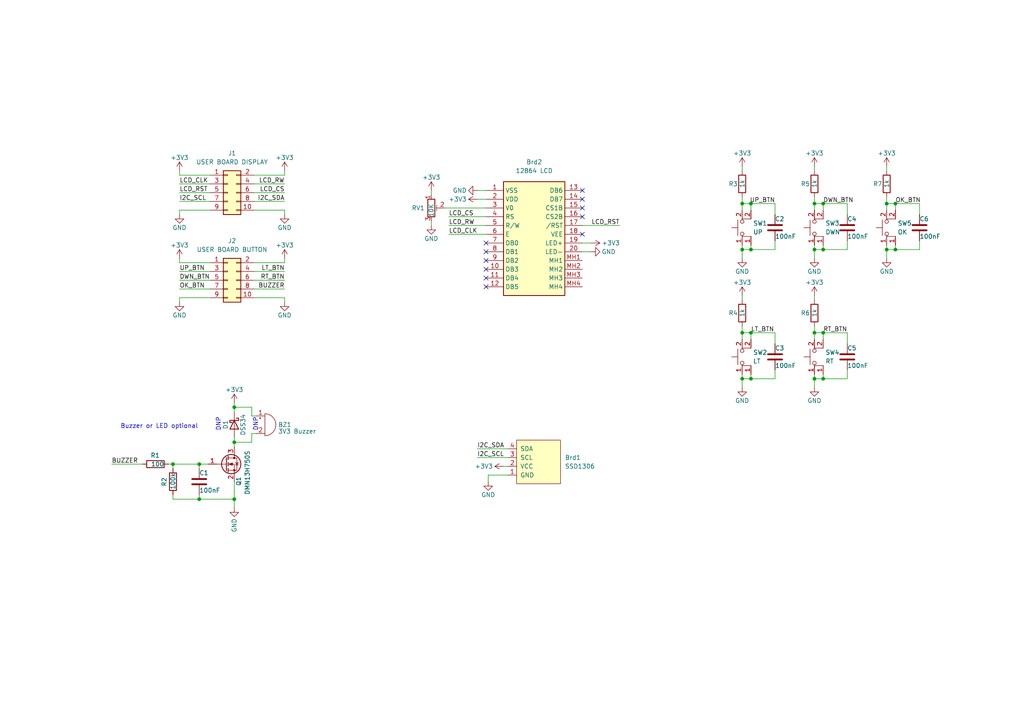
<source format=kicad_sch>
(kicad_sch (version 20211123) (generator eeschema)
  (paper "A4")
  (title_block (title "User Board") (rev "1.0"))
  (lib_symbols
    (symbol "Connector_Generic:Conn_02x05_Odd_Even" (pin_names (offset 1.016) hide)
      (property "Reference" "J" (at 1.27 7.62 0))
      (property "Value" "Conn_02x05_Odd_Even" (at 1.27 -7.62 0))
      (symbol "Conn_02x05_Odd_Even_1_1"
        (rectangle (start -1.27 -4.953) (end 0 -5.207) (stroke (width 0.1524)))
        (rectangle (start -1.27 -2.413) (end 0 -2.667) (stroke (width 0.1524)))
        (rectangle (start -1.27 0.127) (end 0 -0.127) (stroke (width 0.1524)))
        (rectangle (start -1.27 2.667) (end 0 2.413) (stroke (width 0.1524)))
        (rectangle (start -1.27 5.207) (end 0 4.953) (stroke (width 0.1524)))
        (rectangle (start -1.27 6.35) (end 3.81 -6.35) (stroke (width 0.254)) (fill (type background)))
        (rectangle (start 3.81 -4.953) (end 2.54 -5.207) (stroke (width 0.1524)))
        (rectangle (start 3.81 -2.413) (end 2.54 -2.667) (stroke (width 0.1524)))
        (rectangle (start 3.81 0.127) (end 2.54 -0.127) (stroke (width 0.1524)))
        (rectangle (start 3.81 2.667) (end 2.54 2.413) (stroke (width 0.1524)))
        (rectangle (start 3.81 5.207) (end 2.54 4.953) (stroke (width 0.1524)))
        (pin passive line (at -5.08 5.08 0) (length 3.81) (name "Pin_1") (number "1"))
        (pin passive line (at 7.62 -5.08 180) (length 3.81) (name "Pin_10") (number "10"))
        (pin passive line (at 7.62 5.08 180) (length 3.81) (name "Pin_2") (number "2"))
        (pin passive line (at -5.08 2.54 0) (length 3.81) (name "Pin_3") (number "3"))
        (pin passive line (at 7.62 2.54 180) (length 3.81) (name "Pin_4") (number "4"))
        (pin passive line (at -5.08 0 0) (length 3.81) (name "Pin_5") (number "5"))
        (pin passive line (at 7.62 0 180) (length 3.81) (name "Pin_6") (number "6"))
        (pin passive line (at -5.08 -2.54 0) (length 3.81) (name "Pin_7") (number "7"))
        (pin passive line (at 7.62 -2.54 180) (length 3.81) (name "Pin_8") (number "8"))
        (pin passive line (at -5.08 -5.08 0) (length 3.81) (name "Pin_9") (number "9"))
      )
    )
    (symbol "Device:Buzzer" (pin_names (offset 0.0254) hide)
      (property "Reference" "BZ" (at 3.81 1.27 0))
      (property "Value" "Buzzer" (at 3.81 -1.27 0))
      (symbol "Buzzer_0_1"
        (arc (start 0 -3.175) (mid 3.175 0) (end 0 3.175))
        (polyline (pts (xy -1.651 1.905) (xy -1.143 1.905)))
        (polyline (pts (xy -1.397 2.159) (xy -1.397 1.651)))
        (polyline (pts (xy 0 3.175) (xy 0 -3.175)))
      )
      (symbol "Buzzer_1_1"
        (pin passive line (at -2.54 2.54 0) (length 2.54) (name "-") (number "1"))
        (pin passive line (at -2.54 -2.54 0) (length 2.54) (name "+") (number "2"))
      )
    )
    (symbol "Device:C" (pin_numbers hide) (pin_names (offset 0.254))
      (property "Reference" "C" (at 0.635 2.54 0))
      (property "Value" "C" (at 0.635 -2.54 0))
      (symbol "C_0_1"
        (polyline (pts (xy -2.032 -0.762) (xy 2.032 -0.762)) (stroke (width 0.508)))
        (polyline (pts (xy -2.032 0.762) (xy 2.032 0.762)) (stroke (width 0.508)))
      )
      (symbol "C_1_1"
        (pin passive line (at 0 3.81 270) (length 2.794) (name "~") (number "1"))
        (pin passive line (at 0 -3.81 90) (length 2.794) (name "~") (number "2"))
      )
    )
    (symbol "Device:D_Schottky" (pin_numbers hide) (pin_names (offset 1.016) hide)
      (property "Reference" "D" (at 0 2.54 0))
      (property "Value" "D_Schottky" (at 0 -2.54 0))
      (symbol "D_Schottky_0_1"
        (polyline (pts (xy 1.27 0) (xy -1.27 0)))
        (polyline (pts (xy 1.27 1.27) (xy 1.27 -1.27) (xy -1.27 0) (xy 1.27 1.27)) (stroke (width 0.254)))
        (polyline (pts (xy -1.905 0.635) (xy -1.905 1.27) (xy -1.27 1.27) (xy -1.27 -1.27) (xy -0.635 -1.27) (xy -0.635 -0.635)) (stroke (width 0.254)))
      )
      (symbol "D_Schottky_1_1"
        (pin passive line (at -3.81 0 0) (length 2.54) (name "K") (number "1"))
        (pin passive line (at 3.81 0 180) (length 2.54) (name "A") (number "2"))
      )
    )
    (symbol "Device:R" (pin_numbers hide) (pin_names (offset 0))
      (property "Reference" "R" (at 2.032 0 90))
      (property "Value" "R" (at 0 0 90))
      (symbol "R_0_1"
        (rectangle (start -1.016 -2.54) (end 1.016 2.54) (stroke (width 0.254)))
      )
      (symbol "R_1_1"
        (pin passive line (at 0 3.81 270) (length 1.27) (name "~") (number "1"))
        (pin passive line (at 0 -3.81 90) (length 1.27) (name "~") (number "2"))
      )
    )
    (symbol "Device:R_Potentiometer_Trim" (pin_names (offset 1.016) hide)
      (property "Reference" "RV" (at -4.445 0 90))
      (property "Value" "R_Potentiometer_Trim" (at -2.54 0 90))
      (symbol "R_Potentiometer_Trim_0_1"
        (polyline (pts (xy 1.524 0.762) (xy 1.524 -0.762)))
        (polyline (pts (xy 2.54 0) (xy 1.524 0)))
        (rectangle (start 1.016 2.54) (end -1.016 -2.54) (stroke (width 0.254)))
      )
      (symbol "R_Potentiometer_Trim_1_1"
        (pin passive line (at 0 3.81 270) (length 1.27) (name "1") (number "1"))
        (pin passive line (at 3.81 0 180) (length 1.27) (name "2") (number "2"))
        (pin passive line (at 0 -3.81 90) (length 1.27) (name "3") (number "3"))
      )
    )
    (symbol "SW_MEC_5E_1" (pin_names (offset 1.016) hide)
      (property "Reference" "SW?" (at 0.635 1.27 90))
      (property "Value" "SW_MEC_5E_1" (at 0.635 -1.27 90))
      (symbol "SW_MEC_5E_1_0_1"
        (circle (center -1.778 2.54) (radius 0.508))
        (polyline (pts (xy -2.286 3.81) (xy 2.286 3.81)))
        (polyline (pts (xy 0 3.81) (xy 0 5.588)))
        (polyline (pts (xy -2.54 0) (xy -2.54 2.54) (xy -2.286 2.54)))
        (polyline (pts (xy 2.54 0) (xy 2.54 2.54) (xy 2.286 2.54)))
        (circle (center 1.778 2.54) (radius 0.508))
        (pin passive line (at -5.08 0 0) (length 2.54) (name "1") (number "1"))
        (pin passive line (at -5.08 2.54 0) (length 2.54) (name "1") (number "1"))
        (pin passive line (at 5.08 0 180) (length 2.54) (name "2") (number "2"))
        (pin passive line (at 5.08 2.54 180) (length 2.54) (name "2") (number "2"))
      )
    )
    (symbol "Transistor_FET:DMN13H750S" (pin_names hide)
      (property "Reference" "Q" (at 5.08 1.905 0))
      (property "Value" "DMN13H750S" (at 5.08 0 0))
      (symbol "DMN13H750S_0_1"
        (polyline (pts (xy 0.254 0) (xy -2.54 0)))
        (polyline (pts (xy 0.254 1.905) (xy 0.254 -1.905)) (stroke (width 0.254)))
        (polyline (pts (xy 0.762 -1.27) (xy 0.762 -2.286)) (stroke (width 0.254)))
        (polyline (pts (xy 0.762 0.508) (xy 0.762 -0.508)) (stroke (width 0.254)))
        (polyline (pts (xy 0.762 2.286) (xy 0.762 1.27)) (stroke (width 0.254)))
        (polyline (pts (xy 2.54 2.54) (xy 2.54 1.778)))
        (polyline (pts (xy 2.54 -2.54) (xy 2.54 0) (xy 0.762 0)))
        (polyline (pts (xy 0.762 -1.778) (xy 3.302 -1.778) (xy 3.302 1.778) (xy 0.762 1.778)))
        (polyline (pts (xy 1.016 0) (xy 2.032 0.381) (xy 2.032 -0.381) (xy 1.016 0)) (fill (type outline)))
        (polyline (pts (xy 2.794 0.508) (xy 2.921 0.381) (xy 3.683 0.381) (xy 3.81 0.254)))
        (polyline (pts (xy 3.302 0.381) (xy 2.921 -0.254) (xy 3.683 -0.254) (xy 3.302 0.381)))
        (circle (center 1.651 0) (radius 2.794) (stroke (width 0.254)))
        (circle (center 2.54 -1.778) (radius 0.254) (fill (type outline)))
        (circle (center 2.54 1.778) (radius 0.254) (fill (type outline)))
      )
      (symbol "DMN13H750S_1_1"
        (pin input line (at -5.08 0 0) (length 2.54) (name "G") (number "1"))
        (pin passive line (at 2.54 -5.08 90) (length 2.54) (name "S") (number "2"))
        (pin passive line (at 2.54 5.08 270) (length 2.54) (name "D") (number "3"))
      )
    )
    (symbol "comp_lib:NHD-12864AZ-FSW-GBW-VZ"
      (property "Value" "NHD-12864AZ-FSW-GBW-VZ" (at 0 0 0))
      (property "Reference_1" "DS" (at 24.13 7.62 0))
      (property "Value_1" "NHD-12864AZ-FSW-GBW-VZ" (at 24.13 5.08 0))
      (symbol "NHD-12864AZ-FSW-GBW-VZ_1_1"
        (rectangle (start 5.08 2.54) (end 22.86 -30.48) (stroke (width 0.254)) (fill (type background)))
        (pin passive line (at 0 0 0) (length 5.08) (name "VSS") (number "1"))
        (pin passive line (at 0 -22.86 0) (length 5.08) (name "DB3") (number "10"))
        (pin passive line (at 0 -25.4 0) (length 5.08) (name "DB4") (number "11"))
        (pin passive line (at 0 -27.94 0) (length 5.08) (name "DB5") (number "12"))
        (pin passive line (at 27.94 0 180) (length 5.08) (name "DB6") (number "13"))
        (pin passive line (at 27.94 -2.54 180) (length 5.08) (name "DB7") (number "14"))
        (pin passive line (at 27.94 -5.08 180) (length 5.08) (name "CS1B") (number "15"))
        (pin passive line (at 27.94 -7.62 180) (length 5.08) (name "CS2B") (number "16"))
        (pin passive line (at 27.94 -10.16 180) (length 5.08) (name "/RST") (number "17"))
        (pin passive line (at 27.94 -12.7 180) (length 5.08) (name "VEE") (number "18"))
        (pin passive line (at 27.94 -15.24 180) (length 5.08) (name "LED+") (number "19"))
        (pin passive line (at 0 -2.54 0) (length 5.08) (name "VDD") (number "2"))
        (pin passive line (at 27.94 -17.78 180) (length 5.08) (name "LED-") (number "20"))
        (pin passive line (at 0 -5.08 0) (length 5.08) (name "V0") (number "3"))
        (pin passive line (at 0 -7.62 0) (length 5.08) (name "RS") (number "4"))
        (pin passive line (at 0 -10.16 0) (length 5.08) (name "R/W") (number "5"))
        (pin passive line (at 0 -12.7 0) (length 5.08) (name "E") (number "6"))
        (pin passive line (at 0 -15.24 0) (length 5.08) (name "DB0") (number "7"))
        (pin passive line (at 0 -17.78 0) (length 5.08) (name "DB1") (number "8"))
        (pin passive line (at 0 -20.32 0) (length 5.08) (name "DB2") (number "9"))
        (pin passive line (at 27.94 -20.32 180) (length 5.08) (name "MH1") (number "MH1"))
        (pin passive line (at 27.94 -22.86 180) (length 5.08) (name "MH2") (number "MH2"))
        (pin passive line (at 27.94 -25.4 180) (length 5.08) (name "MH3") (number "MH3"))
        (pin passive line (at 27.94 -27.94 180) (length 5.08) (name "MH4") (number "MH4"))
      )
    )
    (symbol "comp_lib:SSD1306" (pin_names (offset 1.016))
      (property "Reference" "Brd" (at 0 -3.81 0))
      (property "Value" "SSD1306" (at 0 -1.27 0))
      (symbol "SSD1306_0_1"
        (rectangle (start -6.35 6.35) (end 6.35 -6.35) (fill (type background)))
      )
      (symbol "SSD1306_1_1"
        (pin input line (at -3.81 8.89 270) (length 2.54) (name "GND") (number "1"))
        (pin input line (at -1.27 8.89 270) (length 2.54) (name "VCC") (number "2"))
        (pin input line (at 1.27 8.89 270) (length 2.54) (name "SCL") (number "3"))
        (pin input line (at 3.81 8.89 270) (length 2.54) (name "SDA") (number "4"))
      )
    )
    (symbol "power:+3V3" (power) (pin_names (offset 0))
      (property "Value" "+3V3" (at 0 3.556 0))
      (symbol "+3V3_0_1"
        (polyline (pts (xy -0.762 1.27) (xy 0 2.54)))
        (polyline (pts (xy 0 0) (xy 0 2.54)))
        (polyline (pts (xy 0 2.54) (xy 0.762 1.27)))
      )
      (symbol "+3V3_1_1"
        (pin power_in line (at 0 0 90) (length 0) hide (name "+3V3") (number "1"))
      )
    )
    (symbol "power:GND" (power) (pin_names (offset 0))
      (property "Value" "GND" (at 0 -3.81 0))
      (symbol "GND_0_1"
        (polyline (pts (xy 0 0) (xy 0 -1.27) (xy 1.27 -1.27) (xy 0 -2.54) (xy -1.27 -1.27) (xy 0 -1.27)))
      )
      (symbol "GND_1_1"
        (pin power_in line (at 0 0 270) (length 0) hide (name "GND") (number "1"))
      )
    )
  )
  (junction (at 215.265 96.52))
  (junction (at 67.945 118.11))
  (junction (at 50.165 134.62))
  (junction (at 236.22 72.39))
  (junction (at 257.175 59.055))
  (junction (at 217.805 96.52))
  (junction (at 238.76 109.855))
  (junction (at 238.76 59.055))
  (junction (at 236.22 109.855))
  (junction (at 259.715 59.055))
  (junction (at 259.715 72.39))
  (junction (at 236.22 96.52))
  (junction (at 217.805 59.055))
  (junction (at 236.22 59.055))
  (junction (at 238.76 72.39))
  (junction (at 215.265 72.39))
  (junction (at 57.785 134.62))
  (junction (at 257.175 72.39))
  (junction (at 217.805 72.39))
  (junction (at 67.945 128.27))
  (junction (at 215.265 109.855))
  (junction (at 67.945 144.78))
  (junction (at 217.805 109.855))
  (junction (at 215.265 59.055))
  (junction (at 238.76 96.52))
  (junction (at 57.785 144.78))
  (no_connect (at 168.91 67.945))
  (no_connect (at 140.97 78.105))
  (no_connect (at 168.91 57.785))
  (no_connect (at 140.97 73.025))
  (no_connect (at 168.91 62.865))
  (no_connect (at 168.91 60.325))
  (no_connect (at 140.97 83.185))
  (no_connect (at 140.97 80.645))
  (no_connect (at 168.91 55.245))
  (no_connect (at 140.97 70.485))
  (no_connect (at 140.97 75.565))
  (wire (pts (xy 67.945 128.27) (xy 73.025 128.27)))
  (wire (pts (xy 57.785 134.62) (xy 57.785 135.89)))
  (wire (pts (xy 52.07 58.42) (xy 60.96 58.42)))
  (wire (pts (xy 259.715 71.12) (xy 259.715 72.39)))
  (wire (pts (xy 52.07 55.88) (xy 60.96 55.88)))
  (wire (pts (xy 82.55 50.8) (xy 73.66 50.8)))
  (wire (pts (xy 67.945 128.27) (xy 67.945 129.54)))
  (wire (pts (xy 257.175 57.15) (xy 257.175 59.055)))
  (wire (pts (xy 50.165 134.62) (xy 57.785 134.62)))
  (wire (pts (xy 224.79 72.39) (xy 217.805 72.39)))
  (wire (pts (xy 73.66 60.96) (xy 82.55 60.96)))
  (wire (pts (xy 224.79 62.23) (xy 224.79 59.055)))
  (wire (pts (xy 52.07 53.34) (xy 60.96 53.34)))
  (wire (pts (xy 245.745 59.055) (xy 238.76 59.055)))
  (wire (pts (xy 217.805 96.52) (xy 215.265 96.52)))
  (wire (pts (xy 82.55 49.53) (xy 82.55 50.8)))
  (wire (pts (xy 67.945 139.7) (xy 67.945 144.78)))
  (wire (pts (xy 48.895 134.62) (xy 50.165 134.62)))
  (wire (pts (xy 138.43 132.715) (xy 147.32 132.715)))
  (wire (pts (xy 60.96 86.36) (xy 52.07 86.36)))
  (wire (pts (xy 138.43 55.245) (xy 140.97 55.245)))
  (wire (pts (xy 224.79 59.055) (xy 217.805 59.055)))
  (wire (pts (xy 217.805 109.855) (xy 215.265 109.855)))
  (wire (pts (xy 74.295 125.73) (xy 73.025 125.73)))
  (wire (pts (xy 245.745 69.85) (xy 245.745 72.39)))
  (wire (pts (xy 217.805 108.585) (xy 217.805 109.855)))
  (wire (pts (xy 224.79 109.855) (xy 217.805 109.855)))
  (wire (pts (xy 257.175 72.39) (xy 257.175 74.93)))
  (wire (pts (xy 215.265 109.855) (xy 215.265 112.395)))
  (wire (pts (xy 245.745 99.695) (xy 245.745 96.52)))
  (wire (pts (xy 224.79 96.52) (xy 217.805 96.52)))
  (wire (pts (xy 146.05 135.255) (xy 147.32 135.255)))
  (wire (pts (xy 217.805 96.52) (xy 217.805 98.425)))
  (wire (pts (xy 266.7 72.39) (xy 259.715 72.39)))
  (wire (pts (xy 217.805 71.12) (xy 217.805 72.39)))
  (wire (pts (xy 238.76 96.52) (xy 238.76 98.425)))
  (wire (pts (xy 60.96 60.96) (xy 52.07 60.96)))
  (wire (pts (xy 141.605 137.795) (xy 141.605 139.7)))
  (wire (pts (xy 236.22 59.055) (xy 236.22 60.96)))
  (wire (pts (xy 215.265 71.12) (xy 215.265 72.39)))
  (wire (pts (xy 245.745 72.39) (xy 238.76 72.39)))
  (wire (pts (xy 215.265 59.055) (xy 215.265 60.96)))
  (wire (pts (xy 52.07 78.74) (xy 60.96 78.74)))
  (wire (pts (xy 140.97 60.325) (xy 128.905 60.325)))
  (wire (pts (xy 52.07 74.93) (xy 52.07 76.2)))
  (wire (pts (xy 224.79 99.695) (xy 224.79 96.52)))
  (wire (pts (xy 259.715 59.055) (xy 259.715 60.96)))
  (wire (pts (xy 236.22 57.15) (xy 236.22 59.055)))
  (wire (pts (xy 245.745 96.52) (xy 238.76 96.52)))
  (wire (pts (xy 67.945 128.27) (xy 67.945 127)))
  (wire (pts (xy 236.22 85.725) (xy 236.22 86.995)))
  (wire (pts (xy 32.385 134.62) (xy 41.275 134.62)))
  (wire (pts (xy 236.22 71.12) (xy 236.22 72.39)))
  (wire (pts (xy 50.165 143.51) (xy 50.165 144.78)))
  (wire (pts (xy 245.745 62.23) (xy 245.745 59.055)))
  (wire (pts (xy 171.45 70.485) (xy 168.91 70.485)))
  (wire (pts (xy 82.55 76.2) (xy 73.66 76.2)))
  (wire (pts (xy 147.32 137.795) (xy 141.605 137.795)))
  (wire (pts (xy 215.265 57.15) (xy 215.265 59.055)))
  (wire (pts (xy 73.66 78.74) (xy 82.55 78.74)))
  (wire (pts (xy 257.175 59.055) (xy 257.175 60.96)))
  (wire (pts (xy 52.07 60.96) (xy 52.07 62.23)))
  (wire (pts (xy 266.7 62.23) (xy 266.7 59.055)))
  (wire (pts (xy 73.66 53.34) (xy 82.55 53.34)))
  (wire (pts (xy 57.785 144.78) (xy 67.945 144.78)))
  (wire (pts (xy 52.07 49.53) (xy 52.07 50.8)))
  (wire (pts (xy 52.07 50.8) (xy 60.96 50.8)))
  (wire (pts (xy 67.945 144.78) (xy 67.945 147.32)))
  (wire (pts (xy 73.025 118.11) (xy 67.945 118.11)))
  (wire (pts (xy 147.32 130.175) (xy 138.43 130.175)))
  (wire (pts (xy 236.22 108.585) (xy 236.22 109.855)))
  (wire (pts (xy 236.22 96.52) (xy 236.22 98.425)))
  (wire (pts (xy 259.715 59.055) (xy 257.175 59.055)))
  (wire (pts (xy 73.025 125.73) (xy 73.025 128.27)))
  (wire (pts (xy 50.165 134.62) (xy 50.165 135.89)))
  (wire (pts (xy 179.705 65.405) (xy 168.91 65.405)))
  (wire (pts (xy 236.22 109.855) (xy 236.22 112.395)))
  (wire (pts (xy 125.095 65.405) (xy 125.095 64.135)))
  (wire (pts (xy 82.55 86.36) (xy 82.55 87.63)))
  (wire (pts (xy 215.265 108.585) (xy 215.265 109.855)))
  (wire (pts (xy 245.745 107.315) (xy 245.745 109.855)))
  (wire (pts (xy 82.55 60.96) (xy 82.55 62.23)))
  (wire (pts (xy 238.76 96.52) (xy 236.22 96.52)))
  (wire (pts (xy 125.095 56.515) (xy 125.095 55.245)))
  (wire (pts (xy 266.7 69.85) (xy 266.7 72.39)))
  (wire (pts (xy 67.945 118.11) (xy 67.945 119.38)))
  (wire (pts (xy 257.175 48.26) (xy 257.175 49.53)))
  (wire (pts (xy 52.07 76.2) (xy 60.96 76.2)))
  (wire (pts (xy 217.805 59.055) (xy 215.265 59.055)))
  (wire (pts (xy 224.79 69.85) (xy 224.79 72.39)))
  (wire (pts (xy 215.265 48.26) (xy 215.265 49.53)))
  (wire (pts (xy 52.07 83.82) (xy 60.96 83.82)))
  (wire (pts (xy 130.175 65.405) (xy 140.97 65.405)))
  (wire (pts (xy 73.66 58.42) (xy 82.55 58.42)))
  (wire (pts (xy 73.66 86.36) (xy 82.55 86.36)))
  (wire (pts (xy 217.805 72.39) (xy 215.265 72.39)))
  (wire (pts (xy 73.025 120.65) (xy 73.025 118.11)))
  (wire (pts (xy 238.76 72.39) (xy 236.22 72.39)))
  (wire (pts (xy 236.22 48.26) (xy 236.22 49.53)))
  (wire (pts (xy 67.945 116.84) (xy 67.945 118.11)))
  (wire (pts (xy 74.295 120.65) (xy 73.025 120.65)))
  (wire (pts (xy 245.745 109.855) (xy 238.76 109.855)))
  (wire (pts (xy 130.175 62.865) (xy 140.97 62.865)))
  (wire (pts (xy 215.265 85.725) (xy 215.265 86.995)))
  (wire (pts (xy 52.07 86.36) (xy 52.07 87.63)))
  (wire (pts (xy 57.785 143.51) (xy 57.785 144.78)))
  (wire (pts (xy 238.76 71.12) (xy 238.76 72.39)))
  (wire (pts (xy 238.76 108.585) (xy 238.76 109.855)))
  (wire (pts (xy 171.45 73.025) (xy 168.91 73.025)))
  (wire (pts (xy 257.175 71.12) (xy 257.175 72.39)))
  (wire (pts (xy 215.265 94.615) (xy 215.265 96.52)))
  (wire (pts (xy 82.55 74.93) (xy 82.55 76.2)))
  (wire (pts (xy 215.265 72.39) (xy 215.265 74.93)))
  (wire (pts (xy 217.805 59.055) (xy 217.805 60.96)))
  (wire (pts (xy 238.76 109.855) (xy 236.22 109.855)))
  (wire (pts (xy 266.7 59.055) (xy 259.715 59.055)))
  (wire (pts (xy 138.43 57.785) (xy 140.97 57.785)))
  (wire (pts (xy 73.66 55.88) (xy 82.55 55.88)))
  (wire (pts (xy 215.265 96.52) (xy 215.265 98.425)))
  (wire (pts (xy 236.22 94.615) (xy 236.22 96.52)))
  (wire (pts (xy 52.07 81.28) (xy 60.96 81.28)))
  (wire (pts (xy 238.76 59.055) (xy 238.76 60.96)))
  (wire (pts (xy 236.22 72.39) (xy 236.22 74.93)))
  (wire (pts (xy 130.175 67.945) (xy 140.97 67.945)))
  (wire (pts (xy 224.79 107.315) (xy 224.79 109.855)))
  (wire (pts (xy 57.785 134.62) (xy 60.325 134.62)))
  (wire (pts (xy 73.66 83.82) (xy 82.55 83.82)))
  (wire (pts (xy 73.66 81.28) (xy 82.55 81.28)))
  (wire (pts (xy 238.76 59.055) (xy 236.22 59.055)))
  (wire (pts (xy 50.165 144.78) (xy 57.785 144.78)))
  (wire (pts (xy 259.715 72.39) (xy 257.175 72.39)))
  (text "DNP" (at 74.93 125.095 90) (effects (font (size 1.27 1.27)) (justify left bottom)))
  (text "Buzzer or LED optional\n" (at 34.925 124.46 0) (effects (font (size 1.27 1.27)) (justify left bottom)))
  (text "DNP" (at 64.135 125.095 90) (effects (font (size 1.27 1.27)) (justify left bottom)))
  (label "UP_BTN" (at 224.79 59.055 180))
  (label "BUZZER" (at 32.385 134.62 0))
  (label "RT_BTN" (at 82.55 81.28 180))
  (label "DWN_BTN" (at 52.07 81.28 0))
  (label "I2C_SCL" (at 52.07 58.42 0))
  (label "UP_BTN" (at 52.07 78.74 0))
  (label "I2C_SDA" (at 138.43 130.175 0))
  (label "LCD_RST" (at 179.705 65.405 180))
  (label "OK_BTN" (at 52.07 83.82 0))
  (label "I2C_SCL" (at 138.43 132.715 0))
  (label "DWN_BTN" (at 238.76 59.055 0))
  (label "LCD_RW" (at 130.175 65.405 0))
  (label "RT_BTN" (at 238.76 96.52 0))
  (label "LCD_CLK" (at 52.07 53.34 0))
  (label "LCD_RST" (at 52.07 55.88 0))
  (label "LCD_RW" (at 82.55 53.34 180))
  (label "LCD_CLK" (at 130.175 67.945 0))
  (label "LT_BTN" (at 217.805 96.52 0))
  (label "LCD_CS" (at 82.55 55.88 180))
  (label "I2C_SDA" (at 82.55 58.42 180))
  (label "LCD_CS" (at 130.175 62.865 0))
  (label "LT_BTN" (at 82.55 78.74 180))
  (label "BUZZER" (at 82.55 83.82 180))
  (label "OK_BTN" (at 259.715 59.055 0))
  (symbol (lib_id "power:+3V3") (at 146.05 135.255 90) (mirror x) (unit 1)
    (property "Reference" "#PWR012" (effects hide))
    (property "Value" "+3V3" (at 140.335 135.255 90))
  )
  (symbol (lib_id "Device:C") (at 245.745 66.04 0) (unit 1)
    (property "Reference" "C4" (at 245.745 63.5 0) (effects (justify left)))
    (property "Value" "100nF" (at 245.745 68.58 0) (effects (justify left)))
    (property "Footprint" "Capacitor_SMD:C_0603_1608Metric" (effects hide))
  )
  (symbol (lib_id "Device:R") (at 236.22 90.805 0) (unit 1)
    (property "Reference" "R6" (at 234.95 90.805 0) (effects (justify right)))
    (property "Value" "1k" (at 236.22 89.535 90) (effects (justify right)))
    (property "Footprint" "Resistor_SMD:R_0603_1608Metric" (effects hide))
  )
  (symbol (lib_id "power:+3V3") (at 171.45 70.485 270) (mirror x) (unit 1)
    (property "Reference" "#PWR0102" (effects hide))
    (property "Value" "+3V3" (at 177.165 70.485 90))
  )
  (symbol (lib_id "Device:C") (at 266.7 66.04 0) (unit 1)
    (property "Reference" "C6" (at 266.7 63.5 0) (effects (justify left)))
    (property "Value" "100nF" (at 266.7 68.58 0) (effects (justify left)))
    (property "Footprint" "Capacitor_SMD:C_0603_1608Metric" (effects hide))
  )
  (symbol (lib_id "Connector_Generic:Conn_02x05_Odd_Even") (at 66.04 55.88 0) (unit 1)
    (property "Reference" "J1" (at 67.31 44.45 0))
    (property "Value" "USER BOARD DISPLAY" (at 67.31 46.99 0))
    (property "Footprint" "footprint_lib:SHDR10W66P254_2X5_2019X914X986P" (effects hide))
  )
  (symbol (lib_id "comp_lib:NHD-12864AZ-FSW-GBW-VZ") (at 140.97 55.245 0) (unit 1)
    (property "Reference" "Brd2" (at 154.94 46.99 0))
    (property "Value" "12864 LCD" (at 154.94 49.53 0))
    (property "Footprint" "footprint_lib:NHD12864AZFSWGBWVZ" (effects hide))
    (property "Reference_1" "DS" (effects hide))
    (property "Value_1" "NHD-12864AZ-FSW-GBW-VZ" (effects hide))
    (property "Footprint_1" "NHD12864AZFSWGBWVZ" (effects hide))
    (property "Datasheet_1" "https://componentsearchengine.com/Datasheets/1/NHD-12864AZ-FSW-GBW-VZ.pdf" (effects hide))
    (property "Height" "9" (effects hide))
    (property "Manufacturer_Name" "Newhaven Display" (effects hide))
    (property "Manufacturer_Part_Number" "NHD-12864AZ-FSW-GBW-VZ" (effects hide))
    (property "Mouser Part Number" "763-12864AZ-FSW-GBW" (effects hide))
    (property "Mouser Price/Stock" "https://www.mouser.co.uk/ProductDetail/Newhaven-Display/NHD-12864AZ-FSW-GBW-VZ?qs=3vk7fz9CmNx2GEZI8QZTdg%3D%3D" (effects hide))
  )
  (symbol (lib_id "Transistor_FET:DMN13H750S") (at 65.405 134.62 0) (unit 1)
    (property "Reference" "Q1" (at 69.215 140.97 90) (effects (justify left)))
    (property "Value" "DMN13H750S" (at 71.755 143.51 90) (effects (justify left)))
    (property "Footprint" "Package_TO_SOT_SMD:SOT-23" (effects hide))
    (property "Datasheet" "http://www.diodes.com/assets/Datasheets/DMN13H750S.pdf" (effects hide))
  )
  (symbol (lib_id "power:GND") (at 82.55 62.23 0) (mirror y) (unit 1)
    (property "Reference" "#PWR08" (effects hide))
    (property "Value" "GND" (at 82.55 66.04 0))
  )
  (symbol (lib_id "Device:R") (at 45.085 134.62 270) (unit 1)
    (property "Reference" "R1" (at 46.355 132.08 90) (effects (justify right)))
    (property "Value" "100" (at 47.625 134.62 90) (effects (justify right)))
    (property "Footprint" "Resistor_SMD:R_0603_1608Metric" (effects hide))
  )
  (symbol (lib_id "Device:C") (at 245.745 103.505 0) (unit 1)
    (property "Reference" "C5" (at 245.745 100.965 0) (effects (justify left)))
    (property "Value" "100nF" (at 245.745 106.045 0) (effects (justify left)))
    (property "Footprint" "Capacitor_SMD:C_0603_1608Metric" (effects hide))
  )
  (symbol (lib_id "Device:R") (at 215.265 90.805 0) (unit 1)
    (property "Reference" "R4" (at 213.995 90.805 0) (effects (justify right)))
    (property "Value" "1k" (at 215.265 89.535 90) (effects (justify right)))
    (property "Footprint" "Resistor_SMD:R_0603_1608Metric" (effects hide))
  )
  (symbol (lib_id "power:GND") (at 82.55 87.63 0) (mirror y) (unit 1)
    (property "Reference" "#PWR010" (effects hide))
    (property "Value" "GND" (at 82.55 91.44 0))
  )
  (symbol (lib_name "SW_MEC_5E_1") (lib_id "Switch:SW_MEC_5E") (at 238.76 66.04 90) (unit 1)
    (property "Reference" "SW3" (at 239.395 64.77 90) (effects (justify right)))
    (property "Value" "DWN" (at 239.395 67.31 90) (effects (justify right)))
    (property "Footprint" "Button_Switch_THT:SW_PUSH_6mm" (effects hide))
    (property "Datasheet" "http://www.apem.com/int/index.php?controller=attachment&id_attachment=1371" (effects hide))
  )
  (symbol (lib_name "SW_MEC_5E_1") (lib_id "Switch:SW_MEC_5E") (at 217.805 66.04 90) (unit 1)
    (property "Reference" "SW1" (at 218.44 64.77 90) (effects (justify right)))
    (property "Value" "UP" (at 218.44 67.31 90) (effects (justify right)))
    (property "Footprint" "Button_Switch_THT:SW_PUSH_6mm" (effects hide))
    (property "Datasheet" "http://www.apem.com/int/index.php?controller=attachment&id_attachment=1371" (effects hide))
  )
  (symbol (lib_id "power:+3V3") (at 67.945 116.84 0) (mirror y) (unit 1)
    (property "Reference" "#PWR05" (effects hide))
    (property "Value" "+3V3" (at 67.945 113.03 0))
  )
  (symbol (lib_id "power:+3V3") (at 236.22 48.26 0) (mirror y) (unit 1)
    (property "Reference" "#PWR024" (effects hide))
    (property "Value" "+3V3" (at 236.22 44.45 0))
  )
  (symbol (lib_id "power:+3V3") (at 82.55 74.93 0) (mirror y) (unit 1)
    (property "Reference" "#PWR09" (effects hide))
    (property "Value" "+3V3" (at 82.55 71.12 0))
  )
  (symbol (lib_id "power:GND") (at 215.265 74.93 0) (mirror y) (unit 1)
    (property "Reference" "#PWR021" (effects hide))
    (property "Value" "GND" (at 215.265 78.74 0))
  )
  (symbol (lib_id "power:+3V3") (at 138.43 57.785 90) (mirror x) (unit 1)
    (property "Reference" "#PWR0104" (effects hide))
    (property "Value" "+3V3" (at 132.715 57.785 90))
  )
  (symbol (lib_id "Device:R_Potentiometer_Trim") (at 125.095 60.325 0) (unit 1)
    (property "Reference" "RV1" (at 123.19 60.325 0) (effects (justify right)))
    (property "Value" "10K" (at 125.095 59.055 90) (effects (justify right)))
    (property "Footprint" "footprint_lib:TC33X2503E" (effects hide))
  )
  (symbol (lib_id "power:+3V3") (at 215.265 85.725 0) (mirror y) (unit 1)
    (property "Reference" "#PWR022" (effects hide))
    (property "Value" "+3V3" (at 215.265 81.915 0))
  )
  (symbol (lib_id "power:+3V3") (at 215.265 48.26 0) (mirror y) (unit 1)
    (property "Reference" "#PWR020" (effects hide))
    (property "Value" "+3V3" (at 215.265 44.45 0))
  )
  (symbol (lib_id "Device:C") (at 224.79 103.505 0) (unit 1)
    (property "Reference" "C3" (at 224.79 100.965 0) (effects (justify left)))
    (property "Value" "100nF" (at 224.79 106.045 0) (effects (justify left)))
    (property "Footprint" "Capacitor_SMD:C_0603_1608Metric" (effects hide))
  )
  (symbol (lib_id "Device:R") (at 257.175 53.34 0) (unit 1)
    (property "Reference" "R7" (at 255.905 53.34 0) (effects (justify right)))
    (property "Value" "1k" (at 257.175 52.07 90) (effects (justify right)))
    (property "Footprint" "Resistor_SMD:R_0603_1608Metric" (effects hide))
  )
  (symbol (lib_id "power:GND") (at 215.265 112.395 0) (mirror y) (unit 1)
    (property "Reference" "#PWR023" (effects hide))
    (property "Value" "GND" (at 215.265 116.205 0))
  )
  (symbol (lib_id "power:GND") (at 52.07 62.23 0) (unit 1)
    (property "Reference" "#PWR02" (effects hide))
    (property "Value" "GND" (at 52.07 66.04 0))
  )
  (symbol (lib_id "Connector_Generic:Conn_02x05_Odd_Even") (at 66.04 81.28 0) (unit 1)
    (property "Reference" "J2" (at 67.31 69.85 0))
    (property "Value" "USER BOARD BUTTON" (at 67.31 72.39 0))
    (property "Footprint" "footprint_lib:SHDR10W66P254_2X5_2019X914X986P" (effects hide))
  )
  (symbol (lib_id "comp_lib:SSD1306") (at 156.21 133.985 90) (unit 1)
    (property "Reference" "Brd1" (at 163.83 132.7149 90) (effects (justify right)))
    (property "Value" "SSD1306" (at 163.83 135.2549 90) (effects (justify right)))
    (property "Footprint" "footprint_lib:128x64OLED" (effects hide))
  )
  (symbol (lib_id "power:GND") (at 138.43 55.245 270) (mirror x) (unit 1)
    (property "Reference" "#PWR014" (effects hide))
    (property "Value" "GND" (at 133.35 55.245 90))
  )
  (symbol (lib_name "SW_MEC_5E_1") (lib_id "Switch:SW_MEC_5E") (at 259.715 66.04 90) (unit 1)
    (property "Reference" "SW5" (at 260.35 64.77 90) (effects (justify right)))
    (property "Value" "OK" (at 260.35 67.31 90) (effects (justify right)))
    (property "Footprint" "Button_Switch_THT:SW_PUSH_6mm" (effects hide))
    (property "Datasheet" "http://www.apem.com/int/index.php?controller=attachment&id_attachment=1371" (effects hide))
  )
  (symbol (lib_id "power:GND") (at 236.22 74.93 0) (mirror y) (unit 1)
    (property "Reference" "#PWR025" (effects hide))
    (property "Value" "GND" (at 236.22 78.74 0))
  )
  (symbol (lib_id "Device:Buzzer") (at 76.835 123.19 0) (unit 1)
    (property "Reference" "BZ1" (at 80.645 123.19 0) (effects (justify left)))
    (property "Value" "3V3 Buzzer" (at 80.645 125.095 0) (effects (justify left)))
    (property "Footprint" "Buzzer_Beeper:MagneticBuzzer_ProSignal_ABT-410-RC" (effects hide))
  )
  (symbol (lib_id "power:+3V3") (at 52.07 74.93 0) (unit 1)
    (property "Reference" "#PWR03" (effects hide))
    (property "Value" "+3V3" (at 52.07 71.12 0))
  )
  (symbol (lib_name "SW_MEC_5E_1") (lib_id "Switch:SW_MEC_5E") (at 217.805 103.505 90) (unit 1)
    (property "Reference" "SW2" (at 218.44 102.235 90) (effects (justify right)))
    (property "Value" "LT" (at 218.44 104.775 90) (effects (justify right)))
    (property "Footprint" "Button_Switch_THT:SW_PUSH_6mm" (effects hide))
    (property "Datasheet" "http://www.apem.com/int/index.php?controller=attachment&id_attachment=1371" (effects hide))
  )
  (symbol (lib_id "power:+3V3") (at 125.095 55.245 0) (mirror y) (unit 1)
    (property "Reference" "#PWR0103" (effects hide))
    (property "Value" "+3V3" (at 125.095 51.435 0))
  )
  (symbol (lib_id "Device:R") (at 236.22 53.34 0) (unit 1)
    (property "Reference" "R5" (at 234.95 53.34 0) (effects (justify right)))
    (property "Value" "1k" (at 236.22 52.07 90) (effects (justify right)))
    (property "Footprint" "Resistor_SMD:R_0603_1608Metric" (effects hide))
  )
  (symbol (lib_id "power:+3V3") (at 236.22 85.725 0) (mirror y) (unit 1)
    (property "Reference" "#PWR026" (effects hide))
    (property "Value" "+3V3" (at 236.22 81.915 0))
  )
  (symbol (lib_id "power:GND") (at 67.945 147.32 0) (unit 1)
    (property "Reference" "#PWR06" (effects hide))
    (property "Value" "GND" (at 67.945 152.4 90))
  )
  (symbol (lib_id "power:GND") (at 125.095 65.405 0) (mirror y) (unit 1)
    (property "Reference" "#PWR0105" (effects hide))
    (property "Value" "GND" (at 125.095 69.215 0))
  )
  (symbol (lib_id "power:GND") (at 52.07 87.63 0) (unit 1)
    (property "Reference" "#PWR04" (effects hide))
    (property "Value" "GND" (at 52.07 91.44 0))
  )
  (symbol (lib_id "Device:R") (at 215.265 53.34 0) (unit 1)
    (property "Reference" "R3" (at 213.995 53.34 0) (effects (justify right)))
    (property "Value" "1k" (at 215.265 52.07 90) (effects (justify right)))
    (property "Footprint" "Resistor_SMD:R_0603_1608Metric" (effects hide))
  )
  (symbol (lib_id "Device:C") (at 224.79 66.04 0) (unit 1)
    (property "Reference" "C2" (at 224.79 63.5 0) (effects (justify left)))
    (property "Value" "100nF" (at 224.79 68.58 0) (effects (justify left)))
    (property "Footprint" "Capacitor_SMD:C_0603_1608Metric" (effects hide))
  )
  (symbol (lib_id "power:+3V3") (at 52.07 49.53 0) (unit 1)
    (property "Reference" "#PWR01" (effects hide))
    (property "Value" "+3V3" (at 52.07 45.72 0))
  )
  (symbol (lib_id "Device:D_Schottky") (at 67.945 123.19 270) (unit 1)
    (property "Reference" "D1" (at 65.405 123.19 0))
    (property "Value" "DSS34" (at 70.485 123.19 0))
    (property "Footprint" "Diode_SMD:D_SOD-123F" (effects hide))
  )
  (symbol (lib_id "power:+3V3") (at 82.55 49.53 0) (mirror y) (unit 1)
    (property "Reference" "#PWR07" (effects hide))
    (property "Value" "+3V3" (at 82.55 45.72 0))
  )
  (symbol (lib_id "Device:C") (at 57.785 139.7 0) (unit 1)
    (property "Reference" "C1" (at 57.785 137.16 0) (effects (justify left)))
    (property "Value" "100nF" (at 57.785 142.24 0) (effects (justify left)))
    (property "Footprint" "Capacitor_SMD:C_0603_1608Metric" (effects hide))
  )
  (symbol (lib_id "power:+3V3") (at 257.175 48.26 0) (mirror y) (unit 1)
    (property "Reference" "#PWR028" (effects hide))
    (property "Value" "+3V3" (at 257.175 44.45 0))
  )
  (symbol (lib_id "power:GND") (at 236.22 112.395 0) (mirror y) (unit 1)
    (property "Reference" "#PWR027" (effects hide))
    (property "Value" "GND" (at 236.22 116.205 0))
  )
  (symbol (lib_id "power:GND") (at 257.175 74.93 0) (mirror y) (unit 1)
    (property "Reference" "#PWR029" (effects hide))
    (property "Value" "GND" (at 257.175 78.74 0))
  )
  (symbol (lib_id "power:GND") (at 141.605 139.7 0) (mirror y) (unit 1)
    (property "Reference" "#PWR011" (effects hide))
    (property "Value" "GND" (at 141.605 143.51 0))
  )
  (symbol (lib_id "power:GND") (at 171.45 73.025 90) (mirror x) (unit 1)
    (property "Reference" "#PWR0101" (effects hide))
    (property "Value" "GND" (at 176.53 73.025 90))
  )
  (symbol (lib_name "SW_MEC_5E_1") (lib_id "Switch:SW_MEC_5E") (at 238.76 103.505 90) (unit 1)
    (property "Reference" "SW4" (at 239.395 102.235 90) (effects (justify right)))
    (property "Value" "RT" (at 239.395 104.775 90) (effects (justify right)))
    (property "Footprint" "Button_Switch_THT:SW_PUSH_6mm" (effects hide))
    (property "Datasheet" "http://www.apem.com/int/index.php?controller=attachment&id_attachment=1371" (effects hide))
  )
  (symbol (lib_id "Device:R") (at 50.165 139.7 0) (unit 1)
    (property "Reference" "R2" (at 47.625 138.43 90) (effects (justify right)))
    (property "Value" "100k" (at 50.165 137.16 90) (effects (justify right)))
    (property "Footprint" "Resistor_SMD:R_0603_1608Metric" (effects hide))
  )
)
</source>
